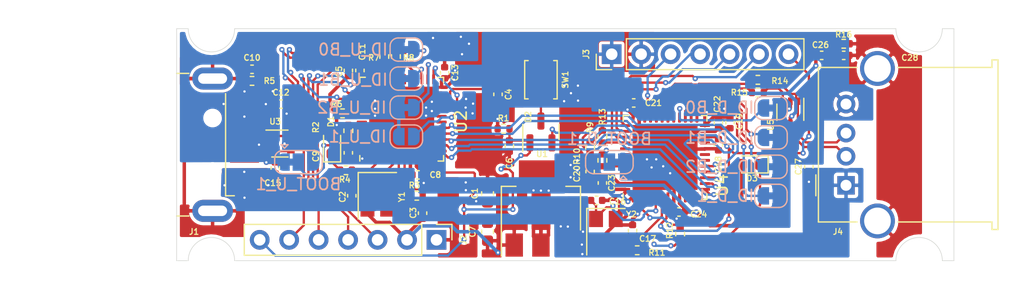
<source format=kicad_pcb>
(kicad_pcb (version 20210824) (generator pcbnew)

  (general
    (thickness 1.6)
  )

  (paper "A4")
  (layers
    (0 "F.Cu" signal)
    (31 "B.Cu" signal)
    (32 "B.Adhes" user "B.Adhesive")
    (33 "F.Adhes" user "F.Adhesive")
    (34 "B.Paste" user)
    (35 "F.Paste" user)
    (36 "B.SilkS" user "B.Silkscreen")
    (37 "F.SilkS" user "F.Silkscreen")
    (38 "B.Mask" user)
    (39 "F.Mask" user)
    (40 "Dwgs.User" user "User.Drawings")
    (41 "Cmts.User" user "User.Comments")
    (42 "Eco1.User" user "User.Eco1")
    (43 "Eco2.User" user "User.Eco2")
    (44 "Edge.Cuts" user)
    (45 "Margin" user)
    (46 "B.CrtYd" user "B.Courtyard")
    (47 "F.CrtYd" user "F.Courtyard")
    (48 "B.Fab" user)
    (49 "F.Fab" user)
  )

  (setup
    (pad_to_mask_clearance 0.05)
    (pcbplotparams
      (layerselection 0x00010f0_ffffffff)
      (disableapertmacros false)
      (usegerberextensions false)
      (usegerberattributes false)
      (usegerberadvancedattributes false)
      (creategerberjobfile false)
      (svguseinch false)
      (svgprecision 6)
      (excludeedgelayer true)
      (plotframeref false)
      (viasonmask false)
      (mode 1)
      (useauxorigin false)
      (hpglpennumber 1)
      (hpglpenspeed 20)
      (hpglpendiameter 15.000000)
      (dxfpolygonmode true)
      (dxfimperialunits true)
      (dxfusepcbnewfont true)
      (psnegative false)
      (psa4output false)
      (plotreference true)
      (plotvalue false)
      (plotinvisibletext false)
      (sketchpadsonfab false)
      (subtractmaskfromsilk false)
      (outputformat 1)
      (mirror false)
      (drillshape 0)
      (scaleselection 1)
      (outputdirectory "Gerbers_QFN/")
    )
  )

  (net 0 "")
  (net 1 "+5V")
  (net 2 "GND")
  (net 3 "Net-(C3-Pad1)")
  (net 4 "Net-(C4-Pad1)")
  (net 5 "+3V3")
  (net 6 "/UPST_RST")
  (net 7 "Net-(C10-Pad1)")
  (net 8 "Net-(C17-Pad1)")
  (net 9 "Net-(C18-Pad1)")
  (net 10 "/DNST_RST")
  (net 11 "Net-(C28-Pad1)")
  (net 12 "Net-(D1-Pad1)")
  (net 13 "Net-(D2-Pad3)")
  (net 14 "Net-(D3-Pad1)")
  (net 15 "/UPST_JTDO")
  (net 16 "/UPST_JTDI")
  (net 17 "/UPST_JTCK")
  (net 18 "/UPST_JTMS")
  (net 19 "/DNST_JTMS")
  (net 20 "/DNST_JTCK")
  (net 21 "/DNST_JTDI")
  (net 22 "/DNST_JTDO")
  (net 23 "Net-(JP1-Pad2)")
  (net 24 "Net-(JP2-Pad2)")
  (net 25 "Net-(JP3-Pad2)")
  (net 26 "Net-(JP4-Pad2)")
  (net 27 "Net-(JP5-Pad2)")
  (net 28 "Net-(JP6-Pad2)")
  (net 29 "Net-(R2-Pad1)")
  (net 30 "Net-(R6-Pad2)")
  (net 31 "Net-(R10-Pad1)")
  (net 32 "Net-(R13-Pad2)")
  (net 33 "/SPI_MOSI")
  (net 34 "/SPI_MISO")
  (net 35 "/SPI_SCK")
  (net 36 "/SPI_NSS")
  (net 37 "/SPI_TX_OK")
  (net 38 "/UPST_D+")
  (net 39 "/UPST_D-")
  (net 40 "/DNST_D+")
  (net 41 "/DNST_D-")
  (net 42 "/D_PH0")
  (net 43 "/D_PH1")
  (net 44 "Net-(R12-Pad2)")
  (net 45 "/D_D-")
  (net 46 "/D_D+")
  (net 47 "/U_PH0")
  (net 48 "/U_D-")
  (net 49 "/U_D+")
  (net 50 "/U_PH1")
  (net 51 "Net-(R4-Pad2)")
  (net 52 "Net-(JP7-Pad2)")
  (net 53 "Net-(JP8-Pad2)")
  (net 54 "Net-(JP9-Pad2)")
  (net 55 "Net-(JP10-Pad2)")

  (footprint "Capacitor_SMD:C_0603_1608Metric" (layer "F.Cu") (at 126.8 147.5 -90))

  (footprint "LED_SMD:LED_0603_1608Metric" (layer "F.Cu") (at 113.4 140 90))

  (footprint "Package_TO_SOT_SMD:SOT-23" (layer "F.Cu") (at 131.4 138.9 90))

  (footprint "LED_SMD:LED_0603_1608Metric" (layer "F.Cu") (at 149.5 141.7 180))

  (footprint "Connector_USB:USB_A_CNCTech_1001-011-01101_Horizontal" (layer "F.Cu") (at 96.2 140 180))

  (footprint "Connector_PinHeader_2.54mm:PinHeader_1x07_P2.54mm_Vertical" (layer "F.Cu") (at 122.4 148.2 -90))

  (footprint "Connector_PinHeader_2.54mm:PinHeader_1x07_P2.54mm_Vertical" (layer "F.Cu") (at 137.5 132.2 90))

  (footprint "Button_Switch_SMD:SW_SPST_B3U-1000P" (layer "F.Cu") (at 131.4 134.4 90))

  (footprint "Package_TO_SOT_SMD:SOT-223" (layer "F.Cu") (at 131.4 145.5 90))

  (footprint "Package_TO_SOT_SMD:SOT-363_SC-70-6" (layer "F.Cu") (at 108.9 139.9))

  (footprint "Package_TO_SOT_SMD:SOT-363_SC-70-6" (layer "F.Cu") (at 152.9 137.2 -90))

  (footprint "Crystal:Crystal_SMD_3225-4Pin_3.2x2.5mm" (layer "F.Cu") (at 117.3 144.4 -90))

  (footprint "Crystal:Crystal_SMD_3225-4Pin_3.2x2.5mm" (layer "F.Cu") (at 137 147.5 -90))

  (footprint "Capacitor_SMD:C_0402_1005Metric" (layer "F.Cu") (at 115.1 144.4 -90))

  (footprint "Capacitor_SMD:C_0402_1005Metric" (layer "F.Cu") (at 121.2 145.9 -90))

  (footprint "Capacitor_SMD:C_0402_1005Metric" (layer "F.Cu") (at 127.7 135.66 -90))

  (footprint "Capacitor_SMD:C_0402_1005Metric" (layer "F.Cu") (at 114.8 133.6 90))

  (footprint "Capacitor_SMD:C_0402_1005Metric" (layer "F.Cu") (at 120.8 142.6 180))

  (footprint "Capacitor_SMD:C_0402_1005Metric" (layer "F.Cu") (at 114.8 140.7 90))

  (footprint "Capacitor_SMD:C_0402_1005Metric" (layer "F.Cu") (at 106.5 133.5))

  (footprint "Capacitor_SMD:C_0402_1005Metric" (layer "F.Cu") (at 115.8 133.6 90))

  (footprint "Capacitor_SMD:C_0402_1005Metric" (layer "F.Cu") (at 109 136.5 180))

  (footprint "Capacitor_SMD:C_0402_1005Metric" (layer "F.Cu") (at 123.1 133.8 90))

  (footprint "Capacitor_SMD:C_0402_1005Metric" (layer "F.Cu") (at 108.5 142 90))

  (footprint "Capacitor_SMD:C_0402_1005Metric" (layer "F.Cu") (at 136.2 144.8))

  (footprint "Capacitor_SMD:C_0402_1005Metric" (layer "F.Cu") (at 139.3 147.4 90))

  (footprint "Capacitor_SMD:C_0402_1005Metric" (layer "F.Cu") (at 146.7 140 -90))

  (footprint "Capacitor_SMD:C_0402_1005Metric" (layer "F.Cu") (at 147.7 138.1 -90))

  (footprint "Capacitor_SMD:C_0402_1005Metric" (layer "F.Cu") (at 135.64 142.31 90))

  (footprint "Capacitor_SMD:C_0402_1005Metric" (layer "F.Cu") (at 139.4 136.4))

  (footprint "Capacitor_SMD:C_0402_1005Metric" (layer "F.Cu") (at 146.7 138.1 -90))

  (footprint "Capacitor_SMD:C_0402_1005Metric" (layer "F.Cu") (at 136.7 143.3 90))

  (footprint "Capacitor_SMD:C_0402_1005Metric" (layer "F.Cu") (at 143.3 145.8 180))

  (footprint "Capacitor_SMD:C_0402_1005Metric" (layer "F.Cu") (at 155.6 132.3))

  (footprint "Capacitor_SMD:C_0402_1005Metric" (layer "F.Cu") (at 154.5 141.9 90))

  (footprint "Capacitor_SMD:C_0402_1005Metric" (layer "F.Cu") (at 157.5 132.3 180))

  (footprint "Resistor_SMD:R_0402_1005Metric" (layer "F.Cu") (at 114.8 138.8 -90))

  (footprint "Resistor_SMD:R_0402_1005Metric" (layer "F.Cu") (at 120.7 144.4))

  (footprint "Resistor_SMD:R_0402_1005Metric" (layer "F.Cu") (at 114.6 142.2))

  (footprint "Resistor_SMD:R_0402_1005Metric" (layer "F.Cu") (at 106.5 134.5 180))

  (footprint "Resistor_SMD:R_0402_1005Metric" (layer "F.Cu") (at 114.3 137.3))

  (footprint "Resistor_SMD:R_0402_1005Metric" (layer "F.Cu") (at 117.9 132.4 90))

  (footprint "Resistor_SMD:R_0402_1005Metric" (layer "F.Cu") (at 118.9 132.4 90))

  (footprint "Resistor_SMD:R_0402_1005Metric" (layer "F.Cu") (at 135.64 140.22 90))

  (footprint "Resistor_SMD:R_0402_1005Metric" (layer "F.Cu") (at 136.7 141.35 90))

  (footprint "Resistor_SMD:R_0402_1005Metric" (layer "F.Cu") (at 139.7 149.1 180))

  (footprint "Resistor_SMD:R_0402_1005Metric" (layer "F.Cu") (at 143.4 147.7 90))

  (footprint "Resistor_SMD:R_0402_1005Metric" (layer "F.Cu") (at 136.7 139.3 -90))

  (footprint "Resistor_SMD:R_0402_1005Metric" (layer "F.Cu") (at 150.1 134.41 180))

  (footprint "Resistor_SMD:R_0402_1005Metric" (layer "F.Cu") (at 128.18 138.62 180))

  (footprint "Capacitor_SMD:C_0402_1005Metric" (layer "F.Cu") (at 128.68 140.12 90))

  (footprint "Resistor_SMD:R_0402_1005Metric" (layer "F.Cu") (at 157.5 131.3))

  (footprint "Capacitor_SMD:C_0603_1608Metric" (layer "F.Cu") (at 126.8 144.2 90))

  (footprint "Resistor_SMD:R_0402_1005Metric" (layer "F.Cu") (at 150.1 135.5 180))

  (footprint "Package_DFN_QFN:QFN-48-1EP_7x7mm_P0.5mm_EP5.6x5.6mm" (layer "F.Cu") (at 142.1 141.1 90))

  (footprint "Connector_USB:USB_A_Molex_67643_Horizontal" (layer "F.Cu") (at 157.7 143.5 90))

  (footprint "Package_DFN_QFN:QFN-48-1EP_7x7mm_P0.5mm_EP5.6x5.6mm" (layer "F.Cu")
    (tedit 5DC5F6A5) (tstamp 00000000-0000-0000-0000-00006044dd7a)
    (at 119.4 137.8 90)
    (descr "QFN, 48 Pin (http://www.st.com/resource/en/datasheet/stm32f042k6.pdf#page=94), generated with kicad-footprint-generator ipc_noLead_generator.py")
    (tags "QFN NoLead")
    (path "/00000000-0000-0000-0000-0000604617f7")
    (attr smd)
    (fp_text reference "U2" (at -0.2 5.1 90) (layer "F.SilkS")
      (effects (font (size 1 1) (thickness 0.15)))
      (tstamp c956e878-137a-4a94-853f-35bcf5de7ee4)
    )
    (fp_text value "STM32F401CCUx" (at 0 4.82 90) (layer "F.Fab")
      (effects (font (size 1 1) (thickness 0.15)))
      (tstamp d1f932c3-567a-4020-a575-7e397b6c517c)
    )
    (fp_text user "${REFERENCE}" (at 0 0 90) (layer "F.Fab")
      (effects (font (size 1 1) (thickness 0.15)))
      (tstamp a61b65ce-5d97-4d7b-bd25-1e4b74f7c6fe)
    )
    (fp_line (start 3.61 3.61) (end 3.61 3.135) (layer "F.SilkS") (width 0.12) (tstamp 0ce0a30f-a4e4-44d6-96eb-0d056d5b077e))
    (fp_line (start 3.61 -3.61) (end 3.61 -3.135) (layer "F.SilkS") (width 0.12) (tstamp 13f31e31-1154-442e-b775-2dfe6ff9bce5))
    (fp_line (start -3.135 -3.61) (end -3.61 -3.61) (layer "F.SilkS") (width 0.12) (tstamp 359232fd-d683-4845-8f1e-6c7e96c9ca17))
    (fp_line (start -3.61 3.61) (end -3.61 3.135) (layer "F.SilkS") (width 0.12) (tstamp 49c68684-885d-4329-a04d-5da648d3fdfb))
    (fp_line (start -3.135 3.61) (end -3.61 3.61) (layer "F.SilkS") (width 0.12) (tstamp b0f95ba6-1dd5-49c7-8806-0e9603c5d615))
    (fp_line (start 3.135 3.61) (end 3.61 3.61) (layer "F.SilkS") (width 0.12) (tstamp cafd36a9-e388-4fd1-8502-54e1fdce9729))
    (fp_line (start 3.135 -3.61) (end 3.61 -3.61) (layer "F.SilkS") (width 0.12) (tstamp d5b90d64-796f-486a-a226-2b115ab860a3))
    (fp_line (start -4.12 4.12) (end 4.12 4.12) (layer "F.CrtYd") (width 0.05) (tstamp 066df7a3-5bc6-4746-925c-bc8289661d68))
    (fp_line (start 4.12 4.12) (end 4.12 -4.12) (layer "F.CrtYd") (width 0.05) (tstamp 77f67341-65e0-4178-adf3-a19743815511))
    (fp_line (start -4.12 -4.12) (end -4.12 4.12) (layer "F.CrtYd") (width 0.05) (tstamp d2543489-7b63-46e0-8cd2-50df2e6a1988))
    (fp_line (start 4.12 -4.12) (end -4.12 -4.12) (layer "F.CrtYd") (width 0.05) (tstamp df8e4994-0297-46c1-a165-70de0e575fdd))
    (fp_line (start -3.5 -2.5) (end -2.5 -3.5) (layer "F.Fab") (width 0.1) (tstamp 0eac6ddc-cc0e-482f-a3fe-5c0970f9c544))
    (fp_line (start 3.5 3.5) (end -3.5 3.5) (layer "F.Fab") (width 0.1) (tstamp 7de62e7c-7fab-4050-a210-83229a159cc7))
    (fp_line (start -2.5 -3.5) (end 3.5 -3.5) (layer "F.Fab") (width 0.1) (tstamp 9ddb9d85-b1f2-4928-bf49-224314ee0064))
    (fp_line (start -3.5 3.5) (end -3.5 -2.5) (layer "F.Fab") (width 0.1) (tstamp abaec2f1-e553-466e-b7ff-43b8adfb8f6d))
    (fp_line (start 3.5 -3.5) (end 3.5 3.5) (layer "F.Fab") (width 0.1) (tstamp e3c0a64c-17b6-43a6-aead-769b6e79be79))
    (pad "" smd roundrect locked (at -2.1 -0.7 90) (size 1.13 1.13) (layers "F.Paste") (roundrect_rratio 0.221239) (tstamp 007b5b90-b736-4bbc-ba78-785c3f74e1ed))
    (pad "" smd roundrect locked (at -0.7 -2.1 90) (size 1.13 1.13) (layers "F.Paste") (roundrect_rratio 0.221239) (tstamp 208c8cbe-58e0-4765-8b72-53ea3986c46e))
    (pad "" smd roundrect locked (at 2.1 2.1 90) (size 1.13 1.13) (layers "F.Paste") (roundrect_rratio 0.221239) (tstamp 23ba2cc4-c1e5-4493-b531-761a81513bd9))
    (pad "" smd roundrect locked (at 0.7 -0.7 90) (size 1.13 1.13) (layers "F.Paste") (roundrect_rratio 0.221239) (tstamp 25d86932-cbbf-4b4b-94c1-abb4ea88cdac))
    (pad "" smd roundrect locked (at -2.1 2.1 90) (size 1.13 1.13) (layers "F.Paste") (roundrect_rratio 0.221239) (tstamp 3ae6217a-0b14-40b1-9884-1e22aecb60f2))
    (pad "" smd roundrect locked (at 2.1 -0.7 90) (size 1.13 1.13) (layers "F.Paste") (roundrect_rratio 0.221239) (tstamp 482831dd-dae0-4863-ad72-204fc26b224f))
    (pad "" smd roundrect locked (at 2.1 -2.1 90) (size 1.13 1.13) (layers "F.Paste") (roundrect_rratio 0.221239) (tstamp 85098976-5b3a-4991-b047-8b885ec5b1f3))
    (pad "" smd roundrect locked (at 0.7 -2.1 90) (size 1.13 1.13) (layers "F.Paste") (roundrect_rratio 0.221239) (tstamp 8a52e722-b3bd-4a4b-8a58-03ac27441450))
    (pad "" smd roundrect locked (at -0.7 0.7 90) (size 1.13 1.13) (layers "F.Paste") (roundrect_rratio 0.221239) (tstamp a342cd2e-c3a2-475c-859e-f455bf5b48b1))
    (pad "" smd roundrect locked (at 0.7 2.1 90) (size 1.13 1.13) (layers "F.Paste") (roundrect_rratio 0.221239) (tstamp a5d6c1c7-7e1e-4ae6-bd5c-18f6635034b0))
    (pad "" smd roundrect locked (at -2.1 0.7 90) (size 1.13 1.13) (layers "F.Paste") (roundrect_rratio 0.221239) (tstamp c4cccafc-8be6-42da-9051-747e5a756772))
    (pad "" smd roundrect locked (at 0.7 0.7 90) (size 1.13 1.13) (layers "F.Paste") (roundrect_rratio 0.221239) (tstamp ce130d42-2012-405e-8596-860021a6a1a6))
    (pad "" smd roundrect locked (at 2.1 0.7 90) (size 1.13 1.13) (layers "F.Paste") (roundrect_rratio 0.221239) (tstamp cfc127d2-2c67-459f-b8d5-761700841ffd))
    (pad "" smd roundrect locked (at -0.7 2.1 90) (size 1.13 1.13) (layers "F.Paste") (roundrect_rratio 0.221239) (tstamp de12b734-bd1f-4c71-a010-6ae642533f4b))
    (pad "" smd roundrect locked (at -0.7 -0.7 90) (size 1.13 1.13) (layers "F.Paste") (roundrect_rratio 0.221239) (tstamp ee005efb-210e-46bf-b23c-02fdb4285c3b))
    (pad "" smd roundrect locked (at -2.1 -2.1 90) (size 1.13 1.13) (layers "F.Paste") (roundrect_rratio 0.221239) (tstamp ef531e21-582f-4409-b575-ae9984699c57))
    (pad "1" smd roundrect locked (at -3.4375 -2.75 90) (size 0.875 0.25) (layers "F.Cu" "F.Paste" "F.Mask") (roundrect_rratio 0.25)
      (net 5 "+3V3") (tstamp 9c51312e-f66d-4817-bdca-5a763609c732))
    (pad "2" smd roundrect locked (at -3.4375 -2.25 90) (size 0.875 0.25) (layers "F.Cu" "F.Paste" "F.Mask") (roundrect_rratio 0.25)
      (net 51 "Net-(R4-Pad2)") (tstamp 6d7991c8-545a-41bd-82d4-256aad9c73f8))
    (pad "3" smd roundrect locked (at -3.4375 -1.75 90) (size 0.875 0.25) (layers "F.Cu" "F.Paste" "F.Mask") (roundrect_rratio 0.25) (tstamp 2fbb583b-bede-497f-87d5-3a20d7ad4041))
    (pad "4" smd roundrect locked (at -3.4375 -1.25 90) (size 0.875 0.25) (layers "F.Cu" "F.Paste" "F.Mask") (roundrect_rratio 0.25) (tstamp c7008231-a2a5-4d1f-89bc-d696887eda22))
    (pad "5" smd roundrect locked (at -3.4375 -0.75 90) (size 0.875 0.25) (layers "F.Cu" "F.Paste" "F.Mask") (roundrect_rratio 0.25)
      (net 47 "/U_PH0") (tstamp 526ed62f-43f4-4008-8ce3-cb454c41a234))
    (pad "6" smd roundrect locked (at -3.4375 -0.25 90) (size 0.875 0.25) (layers "F.Cu" "F.Paste" "F.Mask") (roundrect_rratio 0.25)
      (net 50 "/U_PH1") (tstamp df4afd20-34f7-48e5-8d8d-802ea3a71834))
    (pad "7" smd roundrect locked (at -3.4375 0.25 90) (size 0.875 0.25) (layers "F.Cu" "F.Paste" "F.Mask") (roundrect_rratio 0.25)
      (net 6 "/UPST_RST") (tstamp 1627773f-662d-408f-a056-c491366fd553))
    (pad "8" smd roundrect locked (at -3.4375 0.75 90) (size 0.875 0.25) (layers "F.Cu" "F.Paste" "F.Mask") (roundrect_rratio 0.25)
      (net 2 "GND") (tstamp 3a71ef34-e181-4cf9-b41a-9ebd27dfa717))
    (pad "9" smd roundrect locked (at -3.4375 1.25 90) (size 0.875 0.25) (layers "F.Cu" "F.Paste" "F.Mask") (roundrect_rratio 0.25)
      (net 5 "+3V3") (tstamp fb621add-2e90-482c-9b48-ac3230733c5e))
    (pad "10" smd roundrect locked (at -3.4375 1.75 90) (size 0.875 0.25) (layers "F.Cu" "F.Paste" "F.Mask") (roundrect_rratio 0.25) (tstamp ee47fe7f-75f9-427c-8e90-bf7e476dafb4))
    (pad "11" smd roundrect locked (at -3.4375 2.25 90) (size 0.875 0.25) (layers "F.Cu" "F.Paste" "F.Mask") (roundrect_rratio 0.25) (tstamp 60c74a47-eea2-40ff-9553-501c334c8e0b))
    (pad "12" smd roundrect locked (at -3.4375 2.75 90) (size 0.875 0.25) (layers "F.Cu" "F.Paste" "F.Mask") (roundrect_rratio 0.25) (tstamp 016d687f-29da-49e8-bdf3-c711be6219fc))
    (pad "13" smd roundrect locked (at -2.75 3.4375 90) (size 0.25 0.875) (layers "F.Cu" "F.Paste" "F.Mask") (roundrect_rratio 0.25)
      (net 37 "/SPI_TX_OK") (tstamp 78d0fda4-b264-4337-8a49-9ba1081d7db5))
    (pad "14" smd roundrect locked (at -2.25 3.4375 90) (size 0.25 0.875) (layers "F.Cu" "F.Paste" "F.Mask") (roundrect_rratio 0.25)
      (net 36 "/SPI_NSS") (tstamp cbebf1ca-1952-4506-82a5-c2cb5e9f40ad))
    (pad "15" smd roundrect locked (at -1.75 3.4375 90) (size 0.25 0.875) (layers "F.Cu" "F.Paste" "F.Mask") (roundrect_rratio 0.25)
      (net 35 "/SPI_SCK") (tstamp d8f8f6a1-28ce-482c-9780-dc8db976d5d8))
    (pad "16" smd roundrect locked (at -1.25 3.4375 90) (size 0.25 0.875) (layers "F.Cu" "F.Paste" "F.Mask") (roundrect_rratio 0.25)
      (net 34 "/SPI_MISO") (tstamp 2d12700b-999a-4de9-818a-3f53277e1e09))
    (pad "17" smd roundrect locked (at -0.75 3.4375 90) (size 0.25 0.875) (layers "F.Cu" "F.Paste" "F.Mask") (roundrect_rratio 0.25)
      (net 33 "/SPI_MOSI") (tstamp eecc7887-6060-41ea-b0cd-a52f8b3557b7))
    (pad "18" smd roundrect locked (at -0.25 3.4375 90) (size 0.25 0.875) (layers "F.Cu" "F.Paste" "F.Mask") (roundrect_rratio 0.25) (tstamp f772cbc2-cf53-4634-99fd-659f31162bf2))
    (pad "19" smd roundrect locked (at 0.25 3.4375 90) (size 0.25 0.875) (layers "F.Cu" "F.Paste" "F.Mask") (roundrect_rratio 0.25) (tstamp 161fb3ec-7784-452d-bca7-31472909bc72))
    (pad "20" smd roundrect locked (at 0.75 3.4375 90) (size 0.25 0.875) (layers "F.Cu" "F.Paste" "F.Mask") (roundrect_rratio 0.25)
      (net 2 "GND") (tstamp 0fe124a8-d7e4-49f2-b926-4b550c18a646))
    (pad "21" smd roundrect locked (at 1.25 3.4375 90) (size 0.25 0.875) (layers "F.Cu" "F.Paste" "F.Mask") (roundrect_rratio 0.25) (tstamp dccd216e-839e-47aa-b88f-8c3bf573be46))
    (pad "22" smd roundrect locked (at 1.75 3.4375 90) (size 0.25 0.875) (layers "F.Cu" "F.Paste" "F.Mask") (roundrect_rratio 0.25)
      (net 4 "Net-(C4-Pad1)") (tstamp 0d078bd5-270f-41be-8aad-4d90bcd7b3ec))
    (pad "23" smd roundrect locked (at 2.25 3.4375 90) (size 0.25 0.875) (layers "F.Cu" "F.Paste" "F.Mask") (roundrect_rratio 0.25)
      (net 2 "GND") (tstamp 3199e4e9-f263-4e0e-b80e-819a2a1c7f66))
    (pad "24" smd roundrect locked (at 2.75 3.4375 90) (size 0.25 0.875) (layers "F.Cu" "F.Paste" "F.Mask") (roundrect_rratio 0.25)
      (net 5 "+3V3") (tstamp 46a149f7-df4c-43c5-8899-0bd3ec95857a))
    (pad "25" smd roundrect locked (at 3.4375 2.75 90) (size 0.875 0.25) (layers "F.Cu" "F.Paste" "F.Mask") (roundrect_rratio 0.25)
      (net 27 "Net-(JP5-Pad2)") (tstamp df072a0a-3fab-4057-a081-7bbeaf063259))
    (pad "26" smd roundrect locked (at 3.4375 2.25 90) (size 0.875 0.25) (layers "F.Cu" "F.Paste" "F.Mask") (roundrect_rratio 0.25)
      (net 26 "Net-(JP4-Pad2)") (tstamp ffb3a6ae-3713-4092-9c03-f79af299f26c))
    (pad "27" smd roundrect locked (at 3.4375 1.75 90) (size 0.875 0.25) (layers "F.Cu" "F.Paste" "F.Mask") (roundrect_rratio 0.25)
      (net 25 "Net-(JP3-Pad2)") (tstamp a
... [320564 chars truncated]
</source>
